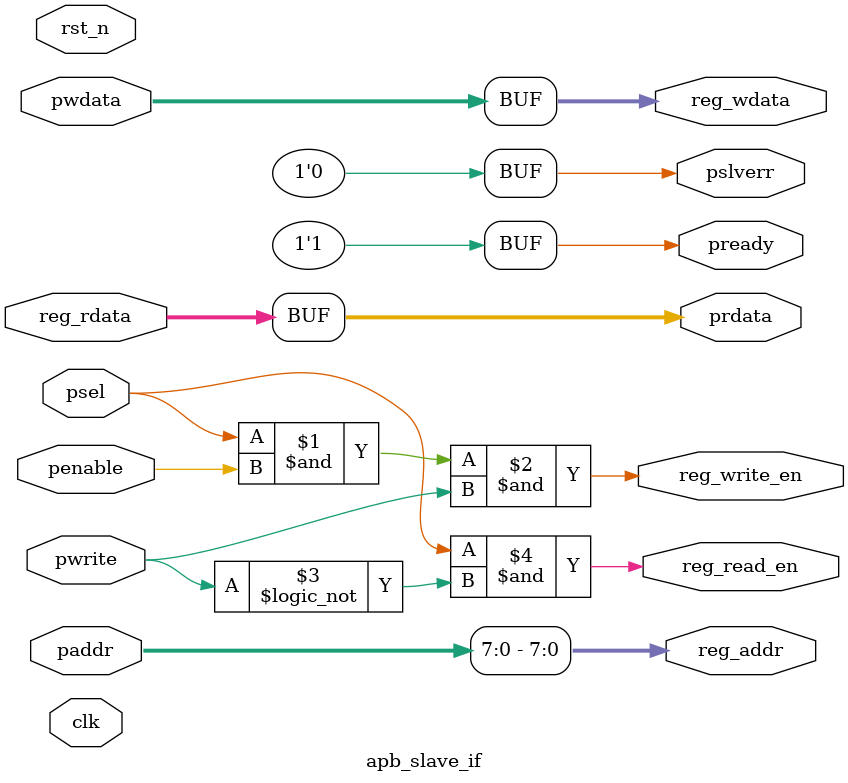
<source format=sv>

module apb_slave_if #(
    parameter ADDR_WIDTH = 32,
    parameter DATA_WIDTH = 32
)(
    input  logic                  clk,
    input  logic                  rst_n,

    // --- APB Interface (Standard) ---
    input  logic [ADDR_WIDTH-1:0] paddr,
    input  logic                  psel,
    input  logic                  penable,
    input  logic                  pwrite,
    input  logic [DATA_WIDTH-1:0] pwdata,
    output logic [DATA_WIDTH-1:0] prdata,
    output logic                  pready,
    output logic                  pslverr,

    // --- Backend Register Interface (To Core) ---
    output logic [7:0]            reg_addr,     // Simplified address (byte offset)
    output logic [DATA_WIDTH-1:0] reg_wdata,    // Data to be written
    output logic                  reg_write_en, // 1 = Write Request
    output logic                  reg_read_en,  // 1 = Read Request
    input  logic [DATA_WIDTH-1:0] reg_rdata     // Data read from Core
);

    // APB Protocol Logic
    // Access happens when PSEL is high and PENABLE goes high (Setup -> Access phase)
    
    assign pready  = 1'b1; // We are always fast enough (no wait states)
    assign pslverr = 1'b0; // No error support for now

    // Write Logic
    assign reg_write_en = psel & penable & pwrite;
    assign reg_wdata    = pwdata;
    
    // Read Logic
    assign reg_read_en  = psel & !pwrite; // Read happens during setup or access
    assign prdata       = reg_rdata;      // Direct feedthrough from register file

    // Address Decoding (Masking to get register index)
    assign reg_addr     = paddr[7:0];

endmodule
</source>
